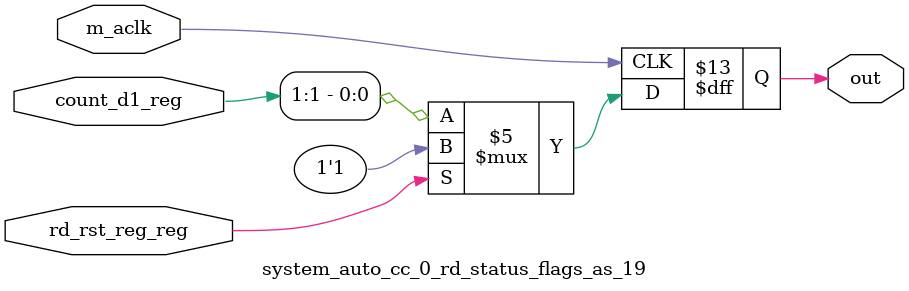
<source format=v>
module system_auto_cc_0_rd_status_flags_as_19
  (
   output reg out,
   input [1:0] count_d1_reg,
   input m_aclk,
   input rd_rst_reg_reg
   );

  reg ram_empty_fb_i;
  reg ram_empty_i;

  always @ (posedge m_aclk)
    begin
      if (rd_rst_reg_reg)
        ram_empty_fb_i <= 1'b1;
      else
        ram_empty_fb_i <= count_d1_reg[1];
    end

  always @ (posedge m_aclk)
    begin
      if (rd_rst_reg_reg)
        ram_empty_i <= 1'b1;
      else
        ram_empty_i <= count_d1_reg[1];
    end

  always @ (posedge m_aclk)
    begin
      if (rd_rst_reg_reg)
        out <= 1'b1;
      else
        out <= count_d1_reg[1];
    end

endmodule
</source>
